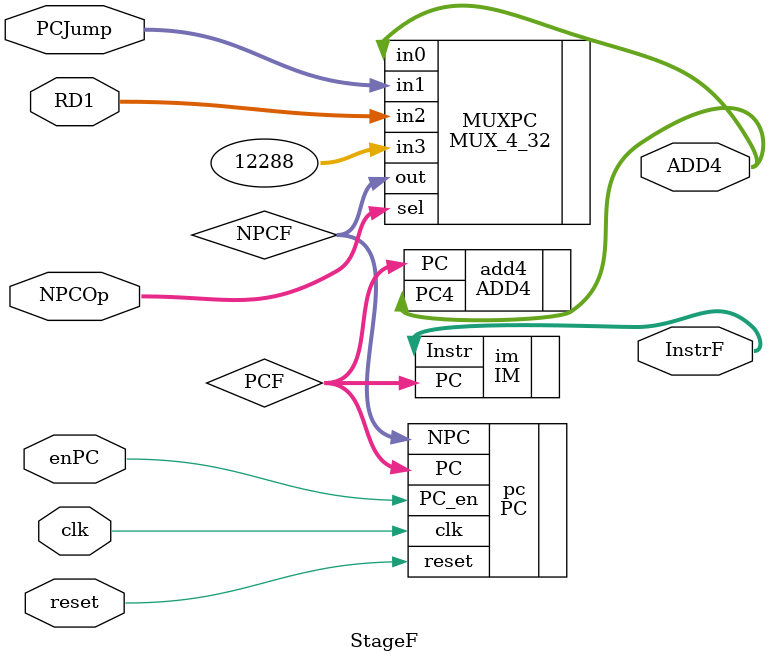
<source format=v>
`timescale 1ns / 1ps


module StageF(
    input [1:0] NPCOp,
    input [31:0] PCJump,
    input [31:0] RD1,
    input clk,
    input reset,
    input enPC,
    output [31:0] InstrF,
    output [31:0] ADD4
    );
    wire [31:0]NPCF, PCF;
    MUX_4_32 MUXPC(
	   .sel(NPCOp),
	   .in0(ADD4),
	   .in1(PCJump),
	   .in2(RD1),
	   .in3(32'h0000_3000),
	   .out(NPCF)
	);
    PC pc(
        .NPC(NPCF),
        .clk(clk),
        .reset(reset),
        .PC_en(enPC),
        .PC(PCF)
    );
    ADD4 add4(
        .PC(PCF),
        .PC4(ADD4)
    );
    IM im(
        .PC(PCF),
        .Instr(InstrF)
    );
endmodule

</source>
